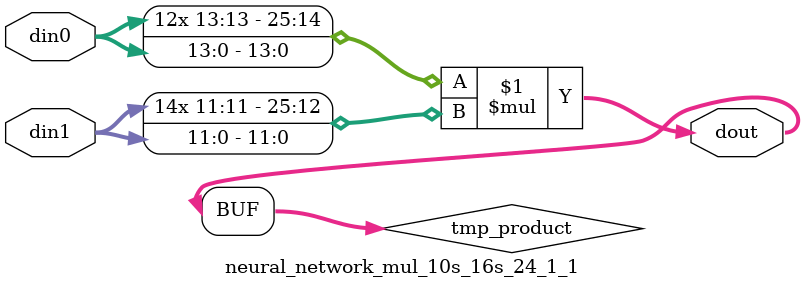
<source format=v>

`timescale 1 ns / 1 ps

  module neural_network_mul_10s_16s_24_1_1(din0, din1, dout);
parameter ID = 1;
parameter NUM_STAGE = 0;
parameter din0_WIDTH = 14;
parameter din1_WIDTH = 12;
parameter dout_WIDTH = 26;

input [din0_WIDTH - 1 : 0] din0; 
input [din1_WIDTH - 1 : 0] din1; 
output [dout_WIDTH - 1 : 0] dout;

wire signed [dout_WIDTH - 1 : 0] tmp_product;













assign tmp_product = $signed(din0) * $signed(din1);








assign dout = tmp_product;







endmodule

</source>
